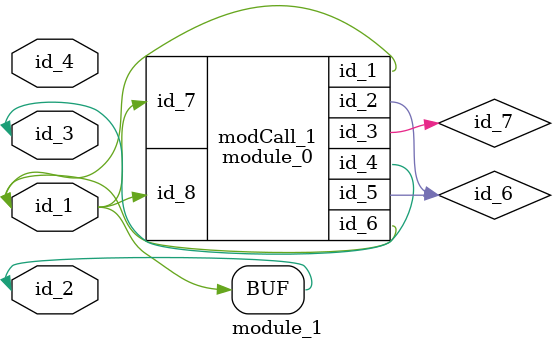
<source format=v>
module module_0 (
    id_1,
    id_2,
    id_3,
    id_4,
    id_5,
    id_6,
    id_7,
    id_8
);
  input wire id_8;
  input wire id_7;
  inout wire id_6;
  output wire id_5;
  output wire id_4;
  inout wire id_3;
  inout wire id_2;
  output wire id_1;
  wire id_9;
endmodule
module module_1 (
    id_1,
    id_2,
    id_3,
    id_4
);
  input wire id_4;
  inout wire id_3;
  inout wire id_2;
  inout wire id_1;
  assign id_1 = id_2;
  wire id_5;
  wire id_6, id_7;
  module_0 modCall_1 (
      id_1,
      id_6,
      id_7,
      id_3,
      id_6,
      id_1,
      id_2,
      id_2
  );
endmodule

</source>
